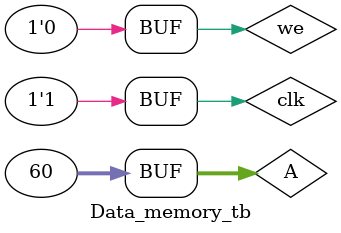
<source format=v>
module Data_memory(
 input clk,
 input we,
 input [31:0]wd, A,
 output [31:0]Rd 
 );
 reg [31:0] memory[255:0];
 always @(posedge clk)
  begin 
   if(we)
    memory[A] <= wd;
  end
 assign Rd = memory[A];


endmodule

module Data_memory_tb();
 reg clk,we;
 reg [31:0]wd, A;
 wire [31:0]Rd ;

Data_memory d1(clk,we,wd, A,Rd);

  initial
  begin
   we = 1; #5;
   we = 0;
  end 

 always
  begin
   clk = 0; #5;
   clk = 1; #5;
  end
 initial
 A = 32'd60;

endmodule

</source>
